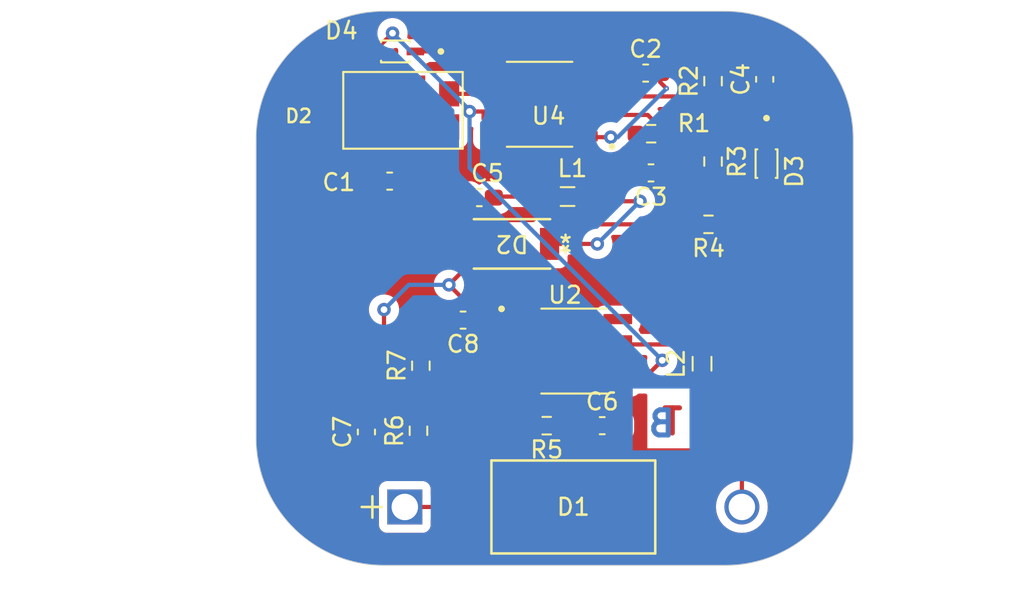
<source format=kicad_pcb>
(kicad_pcb (version 20221018) (generator pcbnew)
  (layers (0 "F.Cu" signal) (31 "B.Cu" signal) (34 "B.Paste" user) (35 "F.Paste" user) (36 "B.SilkS" user "B.Silkscreen") (37 "F.SilkS" user "F.Silkscreen") (38 "B.Mask" user) (39 "F.Mask" user) (44 "Edge.Cuts" user))
  (net 0 "")
  (net 1 "Batteries")
  (net 2 "Earth")
  (net 3 "Net-(D4-K)")
  (net 4 "Net-(D2-K)")
  (net 5 "Net-(C3-Pad1)")
  (net 6 "Net-(D3-K)")
  (net 7 "Camera")
  (net 8 "Net-(D3-A)")
  (net 9 "Net-(U4-COMP)")
  (net 10 "Net-(U4-FB)")
  (net 11 "Routeur")
  (net 12 "Net-(U2-FB)")
  (net 13 "Net-(C8-Pad2)")
  (net 14 "Net-(D1-A)")
  (net 15 "Net-(U2-COMP)")
  (footprint "Inductor_SMD:L_0805_2012Metric_Pad1.05x1.20mm_HandSolder" (layer "F.Cu") (at 137.927718 56.764158 180)
    (fp_text reference "L1" (at -0.285613 1.67573) (layer "F.SilkS"))
    (fp_text value "100 µH")
    (fp_line (start -0.410242 -0.56) (end 0.410242 -0.56) (stroke (width 0.12)) (layer "F.SilkS"))
    (fp_line (start -0.410242 0.56) (end 0.410242 0.56) (stroke (width 0.12)) (layer "F.SilkS"))
    (pad "1" smd roundrect (at -1.15 0 180) (size 1.05 1.2) (layers "F.Cu" "F.Paste" "F.Mask") (roundrect_rratio 0.238095) (net 4 "Net-(D2-K)"))
    (pad "2" smd roundrect (at 1.15 0 180) (size 1.05 1.2) (layers "F.Cu" "F.Paste" "F.Mask") (roundrect_rratio 0.238095) (net 7 "Camera"))
  )
  (footprint "Resistor_SMD:R_0603_1608Metric_Pad0.98x0.95mm_HandSolder" (layer "F.Cu") (at 129.052922 70.718259 90)
    (fp_text reference "R6" (at 0 -1.43 90) (layer "F.SilkS"))
    (fp_text value "1.24k")
    (fp_line (start -0.254724 -0.5225) (end 0.254724 -0.5225) (stroke (width 0.12)) (layer "F.SilkS"))
    (fp_line (start -0.254724 0.5225) (end 0.254724 0.5225) (stroke (width 0.12)) (layer "F.SilkS"))
    (pad "1" smd roundrect (at -0.9125 0 90) (size 0.975 0.95) (layers "F.Cu" "F.Paste" "F.Mask") (net 12 "Net-(U2-FB)"))
    (pad "2" smd roundrect (at 0.9125 0 90) (size 0.975 0.95) (layers "F.Cu" "F.Paste" "F.Mask") (net 2 "Earth"))
  )
  (footprint "Capacitor_SMD:C_0603_1608Metric_Pad1.08x0.95mm_HandSolder" (layer "F.Cu") (at 125.953696 70.791724 90)
    (fp_text reference "C7" (at 0 -1.43 90) (layer "F.SilkS"))
    (fp_text value "470 µF")
    (fp_line (start -0.146267 -0.51) (end 0.146267 -0.51) (stroke (width 0.12)) (layer "F.SilkS"))
    (fp_line (start -0.146267 0.51) (end 0.146267 0.51) (stroke (width 0.12)) (layer "F.SilkS"))
    (pad "1" smd roundrect (at -0.8625 0 90) (size 1.075 0.95) (layers "F.Cu" "F.Paste" "F.Mask") (net 12 "Net-(U2-FB)"))
    (pad "2" smd roundrect (at 0.8625 0 90) (size 1.075 0.95) (layers "F.Cu" "F.Paste" "F.Mask") (net 2 "Earth"))
  )
  (footprint "Resistor_SMD:R_0603_1608Metric_Pad0.98x0.95mm_HandSolder" (layer "F.Cu") (at 146.588594 54.675957 -90)
    (fp_text reference "R3" (at 0 -1.43 90) (layer "F.SilkS"))
    (fp_text value "3.7k")
    (fp_line (start -0.254724 -0.5225) (end 0.254724 -0.5225) (stroke (width 0.12)) (layer "F.SilkS"))
    (fp_line (start -0.254724 0.5225) (end 0.254724 0.5225) (stroke (width 0.12)) (layer "F.SilkS"))
    (pad "1" smd roundrect (at -0.9125 0 270) (size 0.975 0.95) (layers "F.Cu" "F.Paste" "F.Mask") (net 10 "Net-(U4-FB)"))
    (pad "2" smd roundrect (at 0.9125 0 270) (size 0.975 0.95) (layers "F.Cu" "F.Paste" "F.Mask") (net 6 "Net-(D3-K)"))
  )
  (footprint "Capacitor_SMD:C_0603_1608Metric_Pad1.08x0.95mm_HandSolder" (layer "F.Cu") (at 142.894793 55.355612 180)
    (fp_text reference "C3" (at 0 -1.43) (layer "F.SilkS"))
    (fp_text value "1 µF")
    (fp_line (start -0.146267 -0.51) (end 0.146267 -0.51) (stroke (width 0.12)) (layer "F.SilkS"))
    (fp_line (start -0.146267 0.51) (end 0.146267 0.51) (stroke (width 0.12)) (layer "F.SilkS"))
    (pad "1" smd roundrect (at -0.8625 0 180) (size 1.075 0.95) (layers "F.Cu" "F.Paste" "F.Mask") (net 5 "Net-(C3-Pad1)"))
    (pad "2" smd roundrect (at 0.8625 0 180) (size 1.075 0.95) (layers "F.Cu" "F.Paste" "F.Mask") (net 4 "Net-(D2-K)"))
  )
  (footprint "Capacitor_SMD:C_0603_1608Metric_Pad1.08x0.95mm_HandSolder" (layer "F.Cu") (at 127.33748 55.845364)
    (fp_text reference "C1" (at -3.030799 0.07191) (layer "F.SilkS"))
    (fp_text value "100 µF")
    (fp_line (start -0.146267 -0.51) (end 0.146267 -0.51) (stroke (width 0.12)) (layer "F.SilkS"))
    (fp_line (start -0.146267 0.51) (end 0.146267 0.51) (stroke (width 0.12)) (layer "F.SilkS"))
    (pad "1" smd roundrect (at -0.8625 0) (size 1.075 0.95) (layers "F.Cu" "F.Paste" "F.Mask") (net 1 "Batteries"))
    (pad "2" smd roundrect (at 0.8625 0) (size 1.075 0.95) (layers "F.Cu" "F.Paste" "F.Mask") (net 2 "Earth"))
  )
  (footprint "Capacitor_SMD:C_0603_1608Metric_Pad1.08x0.95mm_HandSolder" (layer "F.Cu") (at 139.990771 70.415377)
    (fp_text reference "C6" (at 0 -1.43) (layer "F.SilkS"))
    (fp_text value "22 µF")
    (fp_line (start -0.146267 -0.51) (end 0.146267 -0.51) (stroke (width 0.12)) (layer "F.SilkS"))
    (fp_line (start -0.146267 0.51) (end 0.146267 0.51) (stroke (width 0.12)) (layer "F.SilkS"))
    (pad "1" smd roundrect (at -0.8625 0) (size 1.075 0.95) (layers "F.Cu" "F.Paste" "F.Mask") (net 11 "Routeur"))
    (pad "2" smd roundrect (at 0.8625 0) (size 1.075 0.95) (layers "F.Cu" "F.Paste" "F.Mask") (net 1 "Batteries"))
  )
  (footprint "Capacitor_SMD:C_0603_1608Metric_Pad1.08x0.95mm_HandSolder" (layer "F.Cu") (at 149.664526 49.780333 90)
    (fp_text reference "C4" (at 0 -1.43 90) (layer "F.SilkS"))
    (fp_text value "1 µF")
    (fp_line (start -0.146267 -0.51) (end 0.146267 -0.51) (stroke (width 0.12)) (layer "F.SilkS"))
    (fp_line (start -0.146267 0.51) (end 0.146267 0.51) (stroke (width 0.12)) (layer "F.SilkS"))
    (pad "1" smd roundrect (at -0.8625 0 90) (size 1.075 0.95) (layers "F.Cu" "F.Paste" "F.Mask") (net 6 "Net-(D3-K)"))
    (pad "2" smd roundrect (at 0.8625 0 90) (size 1.075 0.95) (layers "F.Cu" "F.Paste" "F.Mask") (net 4 "Net-(D2-K)"))
  )
  (footprint "Resistor_SMD:R_0603_1608Metric_Pad0.98x0.95mm_HandSolder" (layer "F.Cu") (at 146.588594 49.8875 90)
    (fp_text reference "R2" (at 0 -1.43 90) (layer "F.SilkS"))
    (fp_text value "1.2 k")
    (fp_line (start -0.254724 -0.5225) (end 0.254724 -0.5225) (stroke (width 0.12)) (layer "F.SilkS"))
    (fp_line (start -0.254724 0.5225) (end 0.254724 0.5225) (stroke (width 0.12)) (layer "F.SilkS"))
    (pad "1" smd roundrect (at -0.9125 0 90) (size 0.975 0.95) (layers "F.Cu" "F.Paste" "F.Mask") (net 10 "Net-(U4-FB)"))
    (pad "2" smd roundrect (at 0.9125 0 90) (size 0.975 0.95) (layers "F.Cu" "F.Paste" "F.Mask") (net 4 "Net-(D2-K)"))
  )
  (footprint "Resistor_SMD:R_0603_1608Metric_Pad0.98x0.95mm_HandSolder" (layer "F.Cu") (at 142.904441 53.020115 180)
    (fp_text reference "R1" (at -2.546064 0.61266) (layer "F.SilkS"))
    (fp_text value "470")
    (fp_line (start -0.254724 -0.5225) (end 0.254724 -0.5225) (stroke (width 0.12)) (layer "F.SilkS"))
    (fp_line (start -0.254724 0.5225) (end 0.254724 0.5225) (stroke (width 0.12)) (layer "F.SilkS"))
    (pad "1" smd roundrect (at -0.9125 0 180) (size 0.975 0.95) (layers "F.Cu" "F.Paste" "F.Mask") (net 9 "Net-(U4-COMP)"))
    (pad "2" smd roundrect (at 0.9125 0 180) (size 0.975 0.95) (layers "F.Cu" "F.Paste" "F.Mask") (net 5 "Net-(C3-Pad1)"))
  )
  (footprint "Capacitor_SMD:C_0603_1608Metric_Pad1.08x0.95mm_HandSolder" (layer "F.Cu") (at 131.708111 64.125772 180)
    (fp_text reference "C8" (at 0 -1.43) (layer "F.SilkS"))
    (fp_text value "1µF")
    (fp_line (start -0.146267 -0.51) (end 0.146267 -0.51) (stroke (width 0.12)) (layer "F.SilkS"))
    (fp_line (start -0.146267 0.51) (end 0.146267 0.51) (stroke (width 0.12)) (layer "F.SilkS"))
    (pad "1" smd roundrect (at -0.8625 0 180) (size 1.075 0.95) (layers "F.Cu" "F.Paste" "F.Mask") (net 2 "Earth"))
    (pad "2" smd roundrect (at 0.8625 0 180) (size 1.075 0.95) (layers "F.Cu" "F.Paste" "F.Mask") (net 13 "Net-(C8-Pad2)"))
  )
  (footprint "Footprints_Balise:DO-214AD_ONS" (layer "F.Cu") (at 134.62 59.585344 180)
    (fp_text reference "D2" (at 0 0 180 unlocked) (layer "F.SilkS"))
    (fp_text value "D_Zener_Small")
    (fp_text user "*" (at -3.1877 0 180 unlocked) (layer "F.SilkS"))
    (fp_text user "*" (at -3.1877 0) (layer "F.SilkS"))
    (fp_line (start -2.2733 1.4732) (end 2.2733 1.4732) (stroke (width 0.1524)) (layer "F.SilkS"))
    (fp_line (start 2.2733 -1.4732) (end -2.2733 -1.4732) (stroke (width 0.1524)) (layer "F.SilkS"))
    (pad "1" smd rect (at -2.2352 0 180) (size 1.143 1.905) (layers "F.Cu" "F.Paste" "F.Mask") (net 4 "Net-(D2-K)"))
    (pad "2" smd rect (at 2.2352 0 180) (size 1.143 1.905) (layers "F.Cu" "F.Paste" "F.Mask") (net 2 "Earth"))
    (zone (net 0) (net_name "") (layer "F.Cu") (connect_pads (clearance 0)) (min_thickness 0.254)
      (keepout (tracks not_allowed) (vias not_allowed) (pads allowed) (copperpour not_allowed) (footprints allowed))
      (fill (thermal_gap 0.508) (thermal_bridge_width 0.508))
      (polygon (pts (xy 136.2329 60.880744) (xy 133.0071 60.880744) (xy 133.0071 58.289944) (xy 136.2329 58.289944)))
    )
  )
  (footprint "Footprints_Balise:DIODE_1N5822-T_DIO" (layer "F.Cu") (at 128.238738 75.258826)
    (fp_text reference "D1" (at 10.033 0 unlocked) (layer "F.SilkS"))
    (fp_text value "1N5822")
    (fp_line (start -2.5654 0) (end -1.37414 0) (stroke (width 0.1524)) (layer "F.SilkS"))
    (fp_line (start -1.9304 -0.635) (end -1.9304 0.635) (stroke (width 0.1524)) (layer "F.SilkS"))
    (fp_line (start 5.1562 -2.7686) (end 5.1562 2.7686) (stroke (width 0.1524)) (layer "F.SilkS"))
    (fp_line (start 5.1562 2.7686) (end 14.9098 2.7686) (stroke (width 0.1524)) (layer "F.SilkS"))
    (fp_line (start 14.9098 -2.7686) (end 5.1562 -2.7686) (stroke (width 0.1524)) (layer "F.SilkS"))
    (fp_line (start 14.9098 2.7686) (end 14.9098 -2.7686) (stroke (width 0.1524)) (layer "F.SilkS"))
    (pad "1" thru_hole rect (at 0 0) (size 2.0828 2.0828) (drill 1.5748) (layers "*.Cu" "*.Mask") (net 11 "Routeur"))
    (pad "2" thru_hole circle (at 20.066 0) (size 2.0828 2.0828) (drill 1.5748) (layers "*.Cu" "*.Mask") (net 14 "Net-(D1-A)"))
  )
  (footprint "Resistor_SMD:R_0603_1608Metric_Pad0.98x0.95mm_HandSolder" (layer "F.Cu") (at 129.195216 66.843265 90)
    (fp_text reference "R7" (at 0 -1.43 90) (layer "F.SilkS"))
    (fp_text value "1k")
    (fp_line (start -0.254724 -0.5225) (end 0.254724 -0.5225) (stroke (width 0.12)) (layer "F.SilkS"))
    (fp_line (start -0.254724 0.5225) (end 0.254724 0.5225) (stroke (width 0.12)) (layer "F.SilkS"))
    (pad "1" smd roundrect (at -0.9125 0 90) (size 0.975 0.95) (layers "F.Cu" "F.Paste" "F.Mask") (net 15 "Net-(U2-COMP)"))
    (pad "2" smd roundrect (at 0.9125 0 90) (size 0.975 0.95) (layers "F.Cu" "F.Paste" "F.Mask") (net 13 "Net-(C8-Pad2)"))
  )
  (footprint "Resistor_SMD:R_0603_1608Metric_Pad0.98x0.95mm_HandSolder" (layer "F.Cu") (at 136.685771 70.415377 180)
    (fp_text reference "R5" (at 0 -1.43) (layer "F.SilkS"))
    (fp_text value "10.7")
    (fp_line (start -0.254724 -0.5225) (end 0.254724 -0.5225) (stroke (width 0.12)) (layer "F.SilkS"))
    (fp_line (start -0.254724 0.5225) (end 0.254724 0.5225) (stroke (width 0.12)) (layer "F.SilkS"))
    (pad "1" smd roundrect (at -0.9125 0 180) (size 0.975 0.95) (layers "F.Cu" "F.Paste" "F.Mask") (net 11 "Routeur"))
    (pad "2" smd roundrect (at 0.9125 0 180) (size 0.975 0.95) (layers "F.Cu" "F.Paste" "F.Mask") (net 12 "Net-(U2-FB)"))
  )
  (footprint "TO-277:TO-277" (layer "F.Cu") (at 128.13002 51.627921)
    (fp_text reference "D2" (at -6.21002 0.337423) (layer "F.SilkS") (effects (font (size 0.8 0.8))))
    (fp_text value "D_Zener_Small")
    (fp_line (start -3.556 -2.286) (end 3.556 -2.286) (stroke (width 0.127)) (layer "F.SilkS"))
    (fp_line (start -3.556 2.286) (end -3.556 -2.286) (stroke (width 0.127)) (layer "F.SilkS"))
    (fp_line (start 3.556 -2.286) (end 3.556 2.286) (stroke (width 0.127)) (layer "F.SilkS"))
    (fp_line (start 3.556 2.286) (end -3.556 2.286) (stroke (width 0.127)) (layer "F.SilkS"))
    (pad "1" smd rect (at 2.75 -0.985 270) (size 1.5 1.2) (layers "F.Cu" "F.Paste" "F.Mask") (net 4 "Net-(D2-K)"))
    (pad "2" smd rect (at 2.75 0.985 270) (size 1.5 1.2) (layers "F.Cu" "F.Paste" "F.Mask") (net 2 "Earth"))
    (pad "3" smd rect (at -1 0 90) (size 4.15 4.65) (layers "F.Cu" "F.Paste" "F.Mask"))
  )
  (footprint "Capacitor_SMD:C_0603_1608Metric_Pad1.08x0.95mm_HandSolder" (layer "F.Cu") (at 142.577447 49.406724)
    (fp_text reference "C2" (at 0 -1.43) (layer "F.SilkS"))
    (fp_text value "2.2 µF")
    (fp_line (start -0.146267 -0.51) (end 0.146267 -0.51) (stroke (width 0.12)) (layer "F.SilkS"))
    (fp_line (start -0.146267 0.51) (end 0.146267 0.51) (stroke (width 0.12)) (layer "F.SilkS"))
    (pad "1" smd roundrect (at -0.8625 0) (size 1.075 0.95) (layers "F.Cu" "F.Paste" "F.Mask") (net 3 "Net-(D4-K)"))
    (pad "2" smd roundrect (at 0.8625 0) (size 1.075 0.95) (layers "F.Cu" "F.Paste" "F.Mask") (net 4 "Net-(D2-K)"))
  )
  (footprint "1N4148WS-7-F:SOD2513X120N" (layer "F.Cu") (at 127.675949 48.118103 180)
    (fp_text reference "D4" (at 3.215949 1.232759) (layer "F.SilkS"))
    (fp_text value "1N4148")
    (fp_line (start -0.85 -0.65) (end 0.85 -0.65) (stroke (width 0.127)) (layer "F.SilkS"))
    (fp_line (start -0.85 -0.55) (end -0.85 -0.65) (stroke (width 0.127)) (layer "F.SilkS"))
    (fp_line (start -0.85 0.65) (end -0.85 0.55) (stroke (width 0.127)) (layer "F.SilkS"))
    (fp_line (start 0.85 -0.65) (end 0.85 -0.55) (stroke (width 0.127)) (layer "F.SilkS"))
    (fp_line (start 0.85 0.65) (end -0.85 0.65) (stroke (width 0.127)) (layer "F.SilkS"))
    (fp_line (start 0.85 0.65) (end 0.85 0.55) (stroke (width 0.127)) (layer "F.SilkS"))
    (fp_circle (center -2.71 0) (end -2.61 0) (stroke (width 0.2)) (fill none) (layer "F.SilkS"))
    (pad "1" smd rect (at -1.19 0 180) (size 1.04 0.46) (layers "F.Cu" "F.Paste" "F.Mask") (net 3 "Net-(D4-K)"))
    (pad "2" smd rect (at 1.19 0 180) (size 1.04 0.46) (layers "F.Cu" "F.Paste" "F.Mask") (net 1 "Batteries"))
  )
  (footprint "Resistor_SMD:R_0603_1608Metric_Pad0.98x0.95mm_HandSolder" (layer "F.Cu") (at 146.317053 58.42 180)
    (fp_text reference "R4" (at 0 -1.43) (layer "F.SilkS"))
    (fp_text value "10Ω")
    (fp_line (start -0.254724 -0.5225) (end 0.254724 -0.5225) (stroke (width 0.12)) (layer "F.SilkS"))
    (fp_line (start -0.254724 0.5225) (end 0.254724 0.5225) (stroke (width 0.12)) (layer "F.SilkS"))
    (pad "1" smd roundrect (at -0.9125 0 180) (size 0.975 0.95) (layers "F.Cu" "F.Paste" "F.Mask") (net 8 "Net-(D3-A)"))
    (pad "2" smd roundrect (at 0.9125 0 180) (size 0.975 0.95) (layers "F.Cu" "F.Paste" "F.Mask") (net 7 "Camera"))
  )
  (footprint "Inductor_SMD:L_0805_2012Metric_Pad1.05x1.20mm_HandSolder" (layer "F.Cu") (at 145.933271 66.725377 90)
    (fp_text reference "L2" (at 0 -1.55 90) (layer "F.SilkS"))
    (fp_text value "27 µH")
    (fp_line (start -0.410242 -0.56) (end 0.410242 -0.56) (stroke (width 0.12)) (layer "F.SilkS"))
    (fp_line (start -0.410242 0.56) (end 0.410242 0.56) (stroke (width 0.12)) (layer "F.SilkS"))
    (pad "1" smd roundrect (at -1.15 0 90) (size 1.05 1.2) (layers "F.Cu" "F.Paste" "F.Mask") (roundrect_rratio 0.238095) (net 1 "Batteries"))
    (pad "2" smd roundrect (at 1.15 0 90) (size 1.05 1.2) (layers "F.Cu" "F.Paste" "F.Mask") (roundrect_rratio 0.238095) (net 14 "Net-(D1-A)"))
  )
  (footprint "1N4148WS-7-F:SOD2513X120N" (layer "F.Cu") (at 149.771787 54.802475 -90)
    (fp_text reference "D3" (at 0.463008 -1.655842 90) (layer "F.SilkS"))
    (fp_text value "1N4148")
    (fp_line (start -0.85 -0.65) (end 0.85 -0.65) (stroke (width 0.127)) (layer "F.SilkS"))
    (fp_line (start -0.85 -0.55) (end -0.85 -0.65) (stroke (width 0.127)) (layer "F.SilkS"))
    (fp_line (start -0.85 0.65) (end -0.85 0.55) (stroke (width 0.127)) (layer "F.SilkS"))
    (fp_line (start 0.85 -0.65) (end 0.85 -0.55) (stroke (width 0.127)) (layer "F.SilkS"))
    (fp_line (start 0.85 0.65) (end -0.85 0.65) (stroke (width 0.127)) (layer "F.SilkS"))
    (fp_line (start 0.85 0.65) (end 0.85 0.55) (stroke (width 0.127)) (layer "F.SilkS"))
    (fp_circle (center -2.71 0) (end -2.61 0) (stroke (width 0.2)) (fill none) (layer "F.SilkS"))
    (pad "1" smd rect (at -1.19 0 270) (size 1.04 0.46) (layers "F.Cu" "F.Paste" "F.Mask") (net 6 "Net-(D3-K)"))
    (pad "2" smd rect (at 1.19 0 270) (size 1.04 0.46) (layers "F.Cu" "F.Paste" "F.Mask") (net 8 "Net-(D3-A)"))
  )
  (footprint "COHOMA Balise:SOIC127P600X175-8N" (layer "F.Cu") (at 136.261941 51.266288 180)
    (fp_text reference "U4" (at -0.535 -0.699056) (layer "F.SilkS"))
    (fp_text value "MIC3172YM")
    (fp_line (start -1.95 -2.53) (end 1.95 -2.53) (stroke (width 0.127)) (layer "F.SilkS"))
    (fp_line (start -1.95 2.53) (end 1.95 2.53) (stroke (width 0.127)) (layer "F.SilkS"))
    (fp_circle (center -4.315 -2.515) (end -4.215 -2.515) (stroke (width 0.2)) (fill none) (layer "F.SilkS"))
    (pad "1" smd roundrect (at -2.605 -1.905 180) (size 1.71 0.61) (layers "F.Cu" "F.Paste" "F.Mask") (roundrect_rratio 0.08) (net 4 "Net-(D2-K)"))
    (pad "2" smd roundrect (at -2.605 -0.635 180) (size 1.71 0.61) (layers "F.Cu" "F.Paste" "F.Mask") (roundrect_rratio 0.08) (net 9 "Net-(U4-COMP)"))
    (pad "3" smd roundrect (at -2.605 0.635 180) (size 1.71 0.61) (layers "F.Cu" "F.Paste" "F.Mask") (roundrect_rratio 0.08) (net 10 "Net-(U4-FB)"))
    (pad "4" smd roundrect (at -2.605 1.905 180) (size 1.71 0.61) (layers "F.Cu" "F.Paste" "F.Mask") (roundrect_rratio 0.08) (net 3 "Net-(D4-K)"))
    (pad "5" smd roundrect (at 2.605 1.905 180) (size 1.71 0.61) (layers "F.Cu" "F.Paste" "F.Mask") (roundrect_rratio 0.08) (net 3 "Net-(D4-K)"))
    (pad "6" smd roundrect (at 2.605 0.635 180) (size 1.71 0.61) (layers "F.Cu" "F.Paste" "F.Mask") (roundrect_rratio 0.08) (net 4 "Net-(D2-K)"))
    (pad "7" smd roundrect (at 2.605 -0.635 180) (size 1.71 0.61) (layers "F.Cu" "F.Paste" "F.Mask") (roundrect_rratio 0.08) (net 1 "Batteries"))
    (pad "8" smd roundrect (at 2.605 -1.905 180) (size 1.71 0.61) (layers "F.Cu" "F.Paste" "F.Mask") (roundrect_rratio 0.08) (net 4 "Net-(D2-K)"))
  )
  (footprint "COHOMA Balise:SOIC127P600X175-8N" (layer "F.Cu") (at 138.313271 65.970377)
    (fp_text reference "U2" (at -0.535 -3.342) (layer "F.SilkS"))
    (fp_text value "MIC3172YM")
    (fp_line (start -1.95 -2.53) (end 1.95 -2.53) (stroke (width 0.127)) (layer "F.SilkS"))
    (fp_line (start -1.95 2.53) (end 1.95 2.53) (stroke (width 0.127)) (layer "F.SilkS"))
    (fp_circle (center -4.315 -2.515) (end -4.215 -2.515) (stroke (width 0.2)) (fill none) (layer "F.SilkS"))
    (pad "1" smd roundrect (at -2.605 -1.905) (size 1.71 0.61) (layers "F.Cu" "F.Paste" "F.Mask") (roundrect_rratio 0.08) (net 2 "Earth"))
    (pad "2" smd roundrect (at -2.605 -0.635) (size 1.71 0.61) (layers "F.Cu" "F.Paste" "F.Mask") (roundrect_rratio 0.08) (net 15 "Net-(U2-COMP)"))
    (pad "3" smd roundrect (at -2.605 0.635) (size 1.71 0.61) (layers "F.Cu" "F.Paste" "F.Mask") (roundrect_rratio 0.08) (net 12 "Net-(U2-FB)"))
    (pad "4" smd roundrect (at -2.605 1.905) (size 1.71 0.61) (layers "F.Cu" "F.Paste" "F.Mask") (roundrect_rratio 0.08))
    (pad "5" smd roundrect (at 2.605 1.905) (size 1.71 0.61) (layers "F.Cu" "F.Paste" "F.Mask") (roundrect_rratio 0.08) (net 1 "Batteries"))
    (pad "6" smd roundrect (at 2.605 0.635) (size 1.71 0.61) (layers "F.Cu" "F.Paste" "F.Mask") (roundrect_rratio 0.08) (net 2 "Earth"))
    (pad "7" smd roundrect (at 2.605 -0.635) (size 1.71 0.61) (layers "F.Cu" "F.Paste" "F.Mask") (roundrect_rratio 0.08) (net 14 "Net-(D1-A)"))
    (pad "8" smd roundrect (at 2.605 -1.905) (size 1.71 0.61) (layers "F.Cu" "F.Paste" "F.Mask") (roundrect_rratio 0.08) (net 2 "Earth"))
  )
  (footprint "Capacitor_SMD:C_0603_1608Metric_Pad1.08x0.95mm_HandSolder" (layer "F.Cu") (at 132.674517 56.827845 180)
    (fp_text reference "C5" (at -0.487023 1.447875) (layer "F.SilkS"))
    (fp_text value "330 µF")
    (fp_line (start -0.146267 -0.51) (end 0.146267 -0.51) (stroke (width 0.12)) (layer "F.SilkS"))
    (fp_line (start -0.146267 0.51) (end 0.146267 0.51) (stroke (width 0.12)) (layer "F.SilkS"))
    (pad "1" smd roundrect (at -0.8625 0 180) (size 1.075 0.95) (layers "F.Cu" "F.Paste" "F.Mask") (net 7 "Camera"))
    (pad "2" smd roundrect (at 0.8625 0 180) (size 1.075 0.95) (layers "F.Cu" "F.Paste" "F.Mask") (net 2 "Earth"))
  )
  (gr_arc (start 147.32 45.72) (mid 152.708154 47.951846) (end 154.94 53.34) (stroke (width 0.05)) (layer "Edge.Cuts"))
  (gr_arc (start 119.38 53.34) (mid 121.611846 47.951846) (end 127 45.72) (stroke (width 0.05)) (layer "Edge.Cuts"))
  (gr_line (start 119.38 53.34) (end 119.38 71.12) (stroke (width 0.05)) (layer "Edge.Cuts"))
  (gr_line (start 127 78.74) (end 147.32 78.74) (stroke (width 0.05)) (layer "Edge.Cuts"))
  (gr_line (start 147.32 45.72) (end 127 45.72) (stroke (width 0.05)) (layer "Edge.Cuts"))
  (gr_arc (start 154.94 71.12) (mid 152.708154 76.508154) (end 147.32 78.74) (stroke (width 0.05)) (layer "Edge.Cuts"))
  (gr_arc (start 127 78.74) (mid 121.611846 76.508154) (end 119.38 71.12) (stroke (width 0.05)) (layer "Edge.Cuts"))
  (gr_line (start 154.94 71.12) (end 154.94 53.34) (stroke (width 0.05)) (layer "Edge.Cuts"))
  (gr_text "Balise_Cohoma\n\n" (at 144.813273 64.50269) (layer "F.Cu") (effects (font (size 0.8 0.8) (thickness 0.125) bold) (justify left bottom)))
  (gr_text "BOOST" (at 121.92 73.66) (layer "F.Cu") (effects (font (size 0.5 0.5) (thickness 0.125) bold) (justify left bottom)))
  (gr_text "BUCK" (at 121.92 58.42) (layer "F.Cu") (effects (font (size 0.5 0.5) (thickness 0.125) bold) (justify left bottom)))
  (gr_text "T" (at 143.393271 71.050377) (layer "F.Cu") (effects (font (size 1.5 1.5) (thickness 0.3) bold) (justify left bottom)))
  (gr_text "B" (at 144.472584 71.168252) (layer "B.Cu") (effects (font (size 1.5 1.5) (thickness 0.3) bold) (justify left bottom mirror)))
  (segment (start 140.918271 67.875377) (end 140.853271 67.940377) (width 0.25) (layer "F.Cu") (net 1))
  (segment (start 132.092718 51.697939) (end 133.453592 51.697939) (width 0.25) (layer "F.Cu") (net 1))
  (segment (start 140.853271 67.940377) (end 140.853271 70.415377) (width 0.25) (layer "F.Cu") (net 1))
  (segment (start 123.496941 50.211) (end 123.496941 52.867325) (width 0.25) (layer "F.Cu") (net 1))
  (segment (start 126.485949 48.048977) (end 127.50731 47.027616) (width 0.25) (layer "F.Cu") (net 1))
  (segment (start 142.209615 67.875377) (end 143.564617 66.520375) (width 0.25) (layer "F.Cu") (net 1))
  (segment (start 126.485949 48.118103) (end 126.485949 48.048977) (width 0.25) (layer "F.Cu") (net 1))
  (segment (start 126.485949 48.118103) (end 125.589838 48.118103) (width 0.25) (layer "F.Cu") (net 1))
  (segment (start 123.496941 52.867325) (end 126.47498 55.845364) (width 0.25) (layer "F.Cu") (net 1))
  (segment (start 125.589838 48.118103) (end 123.496941 50.211) (width 0.25) (layer "F.Cu") (net 1))
  (segment (start 133.453592 51.697939) (end 133.656941 51.901288) (width 0.25) (layer "F.Cu") (net 1))
  (segment (start 140.918271 67.875377) (end 142.209615 67.875377) (width 0.25) (layer "F.Cu") (net 1))
  (segment (start 145.933271 67.875377) (end 140.918271 67.875377) (width 0.25) (layer "F.Cu") (net 1))
  (via (at 143.564617 66.520375) (size 0.8) (drill 0.4) (layers "F.Cu" "B.Cu") (net 1))
  (via (at 127.50731 47.027616) (size 0.8) (drill 0.4) (layers "F.Cu" "B.Cu") (net 1))
  (via (at 132.092718 51.697939) (size 0.8) (drill 0.4) (layers "F.Cu" "B.Cu") (net 1))
  (segment (start 132.092718 55.048476) (end 132.092718 51.697939) (width 0.25) (layer "B.Cu") (net 1))
  (segment (start 127.50731 47.027616) (end 132.092718 51.613024) (width 0.25) (layer "B.Cu") (net 1))
  (segment (start 132.092718 51.613024) (end 132.092718 51.697939) (width 0.25) (layer "B.Cu") (net 1))
  (segment (start 143.564617 66.520375) (end 132.092718 55.048476) (width 0.25) (layer "B.Cu") (net 1))
  (segment (start 132.3848 60.502528) (end 132.3848 59.585344) (width 0.25) (layer "F.Cu") (net 2))
  (segment (start 140.597238 66.605377) (end 140.918271 66.605377) (width 0.25) (layer "F.Cu") (net 2))
  (segment (start 132.3848 59.585344) (end 132.3848 57.400628) (width 0.25) (layer "F.Cu") (net 2))
  (segment (start 125.953696 69.929224) (end 128.929457 69.929224) (width 0.25) (layer "F.Cu") (net 2))
  (segment (start 130.88002 53.165324) (end 130.88002 52.612921) (width 0.25) (layer "F.Cu") (net 2))
  (segment (start 128.19998 55.845364) (end 130.829536 55.845364) (width 0.25) (layer "F.Cu") (net 2))
  (segment (start 139.7 65.708139) (end 140.597238 66.605377) (width 0.25) (layer "F.Cu") (net 2))
  (segment (start 140.918271 64.065377) (end 140.597238 64.065377) (width 0.25) (layer "F.Cu") (net 2))
  (segment (start 127 67.752837) (end 127 63.5) (width 0.25) (layer "F.Cu") (net 2))
  (segment (start 132.570611 63.730201) (end 132.570611 64.125772) (width 0.25) (layer "F.Cu") (net 2))
  (segment (start 140.597238 64.065377) (end 139.7 64.962615) (width 0.25) (layer "F.Cu") (net 2))
  (segment (start 132.631006 64.065377) (end 135.708271 64.065377) (width 0.25) (layer "F.Cu") (net 2))
  (segment (start 128.929457 69.929224) (end 129.052922 69.805759) (width 0.25) (layer "F.Cu") (net 2))
  (segment (start 130.863869 62.023459) (end 132.570611 63.730201) (width 0.25) (layer "F.Cu") (net 2))
  (segment (start 135.708271 64.065377) (end 140.918271 64.065377) (width 0.25) (layer "F.Cu") (net 2))
  (segment (start 139.7 64.962615) (end 139.7 65.708139) (width 0.25) (layer "F.Cu") (net 2))
  (segment (start 132.3848 57.400628) (end 131.812017 56.827845) (width 0.25) (layer "F.Cu") (net 2))
  (segment (start 129.052922 69.805759) (end 127 67.752837) (width 0.25) (layer "F.Cu") (net 2))
  (segment (start 130.863869 62.023459) (end 132.3848 60.502528) (width 0.25) (layer "F.Cu") (net 2))
  (segment (start 132.570611 64.125772) (end 132.631006 64.065377) (width 0.25) (layer "F.Cu") (net 2))
  (segment (start 130.829536 55.845364) (end 131.812017 56.827845) (width 0.25) (layer "F.Cu") (net 2))
  (segment (start 128.19998 55.845364) (end 130.88002 53.165324) (width 0.25) (layer "F.Cu") (net 2))
  (via (at 127 63.5) (size 0.8) (drill 0.4) (layers "F.Cu" "B.Cu") (net 2))
  (via (at 130.863869 62.023459) (size 0.8) (drill 0.4) (layers "F.Cu" "B.Cu") (net 2))
  (segment (start 127 63.5) (end 128.476541 62.023459) (width 0.25) (layer "B.Cu") (net 2))
  (segment (start 128.476541 62.023459) (end 130.863869 62.023459) (width 0.25) (layer "B.Cu") (net 2))
  (segment (start 128.865949 48.118103) (end 132.413756 48.118103) (width 0.25) (layer "F.Cu") (net 3))
  (segment (start 138.866941 49.361288) (end 133.656941 49.361288) (width 0.25) (layer "F.Cu") (net 3))
  (segment (start 141.714947 49.406724) (end 141.669511 49.361288) (width 0.25) (layer "F.Cu") (net 3))
  (segment (start 141.669511 49.361288) (end 138.866941 49.361288) (width 0.25) (layer "F.Cu") (net 3))
  (segment (start 132.413756 48.118103) (end 133.656941 49.361288) (width 0.25) (layer "F.Cu") (net 3))
  (segment (start 146.588594 48.975) (end 146.15687 49.406724) (width 0.25) (layer "F.Cu") (net 4))
  (segment (start 138.866941 53.171288) (end 138.866941 53.736289) (width 0.25) (layer "F.Cu") (net 4))
  (segment (start 146.15687 49.406724) (end 143.439947 49.406724) (width 0.25) (layer "F.Cu") (net 4))
  (segment (start 142.032293 55.355612) (end 140.486264 55.355612) (width 0.25) (layer "F.Cu") (net 4))
  (segment (start 134.836941 52.312321) (end 133.977974 53.171288) (width 0.25) (layer "F.Cu") (net 4))
  (segment (start 133.977974 53.171288) (end 133.656941 53.171288) (width 0.25) (layer "F.Cu") (net 4))
  (segment (start 143.439947 49.948506) (end 143.816941 50.3255) (width 0.25) (layer "F.Cu") (net 4))
  (segment (start 134.479007 50.631288) (end 134.836941 50.989222) (width 0.25) (layer "F.Cu") (net 4))
  (segment (start 138.866941 53.736289) (end 140.486264 55.355612) (width 0.25) (layer "F.Cu") (net 4))
  (segment (start 133.645308 50.642921) (end 130.88002 50.642921) (width 0.25) (layer "F.Cu") (net 4))
  (segment (start 149.607359 48.975) (end 146.588594 48.975) (width 0.25) (layer "F.Cu") (net 4))
  (segment (start 133.656941 50.631288) (end 133.645308 50.642921) (width 0.25) (layer "F.Cu") (net 4))
  (segment (start 134.836941 50.989222) (end 134.836941 52.312321) (width 0.25) (layer "F.Cu") (net 4))
  (segment (start 136.8552 59.585344) (end 139.7 59.585344) (width 0.25) (layer "F.Cu") (net 4))
  (segment (start 139.358904 57.045344) (end 139.077718 56.764158) (width 0.25) (layer "F.Cu") (net 4))
  (segment (start 142.24 57.045344) (end 139.358904 57.045344) (width 0.25) (layer "F.Cu") (net 4))
  (segment (start 140.499298 53.226408) (end 138.922061 53.226408) (width 0.25) (layer "F.Cu") (net 4))
  (segment (start 143.439947 49.406724) (end 143.439947 49.948506) (width 0.25) (layer "F.Cu") (net 4))
  (segment (start 133.656941 50.631288) (end 134.479007 50.631288) (width 0.25) (layer "F.Cu") (net 4))
  (segment (start 138.922061 53.226408) (end 138.866941 53.171288) (width 0.25) (layer "F.Cu") (net 4))
  (segment (start 140.486264 55.355612) (end 139.077718 56.764158) (width 0.25) (layer "F.Cu") (net 4))
  (segment (start 149.664526 48.917833) (end 149.607359 48.975) (width 0.25) (layer "F.Cu") (net 4))
  (segment (start 138.866941 53.171288) (end 133.656941 53.171288) (width 0.25) (layer "F.Cu") (net 4))
  (via (at 140.499298 53.226408) (size 0.8) (drill 0.4) (layers "F.Cu" "B.Cu") (net 4))
  (via (at 142.24 57.045344) (size 0.8) (drill 0.4) (layers "F.Cu" "B.Cu") (net 4))
  (via (at 139.7 59.585344) (size 0.8) (drill 0.4) (layers "F.Cu" "B.Cu") (net 4))
  (via micro (at 143.816941 50.3255) (size 0.3) (drill 0.1) (layers "F.Cu" "B.Cu") (net 4))
  (segment (start 140.916033 53.226408) (end 140.499298 53.226408) (width 0.25) (layer "B.Cu") (net 4))
  (segment (start 143.816941 50.3255) (end 140.916033 53.226408) (width 0.25) (layer "B.Cu") (net 4))
  (segment (start 139.7 59.585344) (end 142.24 57.045344) (width 0.25) (layer "B.Cu") (net 4))
  (segment (start 143.757293 55.355612) (end 143.757293 54.785467) (width 0.25) (layer "F.Cu") (net 5))
  (segment (start 143.757293 54.785467) (end 141.991941 53.020115) (width 0.25) (layer "F.Cu") (net 5))
  (segment (start 149.664526 50.642833) (end 149.771787 50.750094) (width 0.25) (layer "F.Cu") (net 6))
  (segment (start 149.771787 50.750094) (end 149.771787 53.612475) (width 0.25) (layer "F.Cu") (net 6))
  (segment (start 149.771787 53.612475) (end 148.564576 53.612475) (width 0.25) (layer "F.Cu") (net 6))
  (segment (start 148.564576 53.612475) (end 146.588594 55.588457) (width 0.25) (layer "F.Cu") (net 6))
  (segment (start 133.600704 56.764158) (end 136.777718 56.764158) (width 0.25) (layer "F.Cu") (net 7))
  (segment (start 138.43356 58.42) (end 136.777718 56.764158) (width 0.25) (layer "F.Cu") (net 7))
  (segment (start 133.537017 56.827845) (end 133.600704 56.764158) (width 0.25) (layer "F.Cu") (net 7))
  (segment (start 145.404553 58.42) (end 138.43356 58.42) (width 0.25) (layer "F.Cu") (net 7))
  (segment (start 149.657078 55.992475) (end 149.771787 55.992475) (width 0.25) (layer "F.Cu") (net 8))
  (segment (start 147.229553 58.42) (end 149.657078 55.992475) (width 0.25) (layer "F.Cu") (net 8))
  (segment (start 142.698114 51.901288) (end 138.866941 51.901288) (width 0.25) (layer "F.Cu") (net 9))
  (segment (start 143.816941 53.020115) (end 142.698114 51.901288) (width 0.25) (layer "F.Cu") (net 9))
  (segment (start 139.035653 50.8) (end 138.866941 50.631288) (width 0.25) (layer "F.Cu") (net 10))
  (segment (start 146.588594 53.763457) (end 146.588594 50.8) (width 0.25) (layer "F.Cu") (net 10))
  (segment (start 146.588594 50.8) (end 139.035653 50.8) (width 0.25) (layer "F.Cu") (net 10))
  (segment (start 132.754822 75.258826) (end 137.598271 70.415377) (width 0.25) (layer "F.Cu") (net 11))
  (segment (start 137.598271 70.415377) (end 139.128271 70.415377) (width 0.25) (layer "F.Cu") (net 11))
  (segment (start 128.238738 75.258826) (end 132.754822 75.258826) (width 0.25) (layer "F.Cu") (net 11))
  (segment (start 135.773271 70.415377) (end 134.557889 71.630759) (width 0.25) (layer "F.Cu") (net 12))
  (segment (start 134.528271 67.464344) (end 135.387238 66.605377) (width 0.25) (layer "F.Cu") (net 12))
  (segment (start 134.528271 69.170377) (end 134.528271 67.464344) (width 0.25) (layer "F.Cu") (net 12))
  (segment (start 135.773271 70.415377) (end 134.528271 69.170377) (width 0.25) (layer "F.Cu") (net 12))
  (segment (start 134.557889 71.630759) (end 129.052922 71.630759) (width 0.25) (layer "F.Cu") (net 12))
  (segment (start 135.387238 66.605377) (end 135.708271 66.605377) (width 0.25) (layer "F.Cu") (net 12))
  (segment (start 129.029457 71.654224) (end 125.953696 71.654224) (width 0.25) (layer "F.Cu") (net 12))
  (segment (start 129.052922 71.630759) (end 129.029457 71.654224) (width 0.25) (layer "F.Cu") (net 12))
  (segment (start 129.195216 65.776167) (end 130.845611 64.125772) (width 0.25) (layer "F.Cu") (net 13))
  (segment (start 129.195216 65.930765) (end 129.195216 65.776167) (width 0.25) (layer "F.Cu") (net 13))
  (segment (start 141.158271 65.575377) (end 140.918271 65.335377) (width 0.25) (layer "F.Cu") (net 14))
  (segment (start 148.304738 67.946844) (end 145.933271 65.575377) (width 0.25) (layer "F.Cu") (net 14))
  (segment (start 148.304738 75.258826) (end 148.304738 67.946844) (width 0.25) (layer "F.Cu") (net 14))
  (segment (start 145.933271 65.575377) (end 141.158271 65.575377) (width 0.25) (layer "F.Cu") (net 14))
  (segment (start 131.615604 65.335377) (end 135.708271 65.335377) (width 0.25) (layer "F.Cu") (net 15))
  (segment (start 129.195216 67.755765) (end 131.615604 65.335377) (width 0.25) (layer "F.Cu") (net 15))
  (zone (net 0) (net_name "") (layer "F.Cu") (connect_pads (clearance 0.5)) (min_thickness 0.25) (fill yes (thermal_gap 0.5) (thermal_bridge_width 0.5) (island_removal_mode 1) (island_area_min 10))
    (polygon (pts (xy 104.14 45.72) (xy 165.1 45.72) (xy 165.1 81.28) (xy 104.14 81.28)))
  )
  (zone (net 0) (net_name "") (layer "B.Cu") (priority 1) (connect_pads (clearance 0.5)) (min_thickness 0.25) (fill yes (thermal_gap 0.5) (thermal_bridge_width 0.5) (island_removal_mode 1) (island_area_min 10))
    (polygon (pts (xy 104.14 45.72) (xy 165.1 45.72) (xy 165.1 81.28) (xy 104.14 81.28)))
  )
)
</source>
